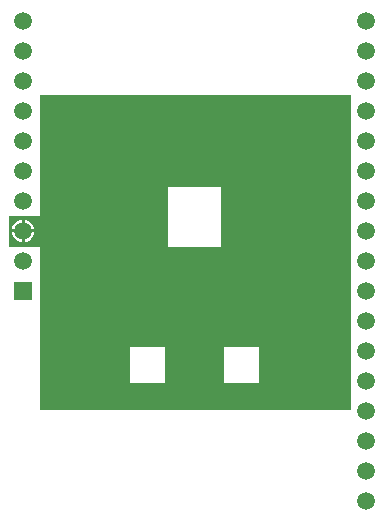
<source format=gbl>
G04*
G04 #@! TF.GenerationSoftware,Altium Limited,Altium Designer,20.0.11 (256)*
G04*
G04 Layer_Physical_Order=2*
G04 Layer_Color=16711680*
%FSLAX25Y25*%
%MOIN*%
G70*
G01*
G75*
%ADD32C,0.05906*%
%ADD33R,0.05906X0.05906*%
%ADD34C,0.02362*%
G36*
X115200Y36000D02*
X11400D01*
Y90600D01*
X1200D01*
Y100800D01*
X11400D01*
Y141000D01*
X115200D01*
Y36000D01*
D02*
G37*
%LPC*%
G36*
X6406Y99625D02*
Y96406D01*
X9625D01*
X9562Y96885D01*
X9183Y97798D01*
X8582Y98582D01*
X7798Y99183D01*
X6885Y99562D01*
X6406Y99625D01*
D02*
G37*
G36*
X5406D02*
X4926Y99562D01*
X4013Y99183D01*
X3229Y98582D01*
X2627Y97798D01*
X2249Y96885D01*
X2186Y96406D01*
X5406D01*
Y99625D01*
D02*
G37*
G36*
Y95406D02*
X2186D01*
X2249Y94926D01*
X2627Y94013D01*
X3229Y93229D01*
X4013Y92628D01*
X4926Y92249D01*
X5406Y92186D01*
Y95406D01*
D02*
G37*
G36*
X9625D02*
X6406D01*
Y92186D01*
X6885Y92249D01*
X7798Y92628D01*
X8582Y93229D01*
X9183Y94013D01*
X9562Y94926D01*
X9625Y95406D01*
D02*
G37*
G36*
X71842Y110444D02*
X54142D01*
Y90344D01*
X71842D01*
Y110444D01*
D02*
G37*
G36*
X84646Y57087D02*
X72835D01*
Y45276D01*
X84646D01*
Y57087D01*
D02*
G37*
G36*
X53150D02*
X41339D01*
Y45276D01*
X53150D01*
Y57087D01*
D02*
G37*
%LPD*%
D32*
X5906Y95906D02*
D03*
Y165905D02*
D03*
Y155905D02*
D03*
Y145905D02*
D03*
Y135906D02*
D03*
Y125906D02*
D03*
Y115905D02*
D03*
Y105905D02*
D03*
Y85905D02*
D03*
X120079Y165905D02*
D03*
Y5906D02*
D03*
Y15905D02*
D03*
Y25905D02*
D03*
Y35906D02*
D03*
Y45906D02*
D03*
Y55905D02*
D03*
Y65905D02*
D03*
Y75906D02*
D03*
Y85905D02*
D03*
Y95906D02*
D03*
Y105905D02*
D03*
Y115905D02*
D03*
Y125906D02*
D03*
Y135906D02*
D03*
Y145905D02*
D03*
Y155905D02*
D03*
D33*
X5906Y75906D02*
D03*
D34*
X16800Y96000D02*
D03*
X84000Y42600D02*
D03*
X73200D02*
D03*
X53400D02*
D03*
X41400D02*
D03*
X67200Y49800D02*
D03*
X58800Y52800D02*
D03*
X90000Y50400D02*
D03*
X35400Y49200D02*
D03*
X19800Y54000D02*
D03*
X109800Y53400D02*
D03*
X107400Y135000D02*
D03*
X28800Y125400D02*
D03*
X73800Y59400D02*
D03*
X41400D02*
D03*
X51600Y62400D02*
D03*
X49200Y86400D02*
D03*
X46200Y108000D02*
D03*
Y98400D02*
D03*
Y93600D02*
D03*
X31500Y95570D02*
D03*
X28800Y101400D02*
D03*
X79200Y88200D02*
D03*
X113400Y97200D02*
D03*
X100800Y103800D02*
D03*
X111600Y89400D02*
D03*
X104400Y96000D02*
D03*
X96000D02*
D03*
X100200Y84600D02*
D03*
X94800Y73800D02*
D03*
X84000Y70200D02*
D03*
X78000Y75000D02*
D03*
X75000Y67800D02*
D03*
X82800Y62400D02*
D03*
X69000Y75600D02*
D03*
X57000Y72000D02*
D03*
X46800Y72600D02*
D03*
X58200Y81000D02*
D03*
X73200Y82200D02*
D03*
X87000Y83400D02*
D03*
X72600Y130200D02*
D03*
X81600D02*
D03*
X76800D02*
D03*
X51600Y118800D02*
D03*
Y126000D02*
D03*
X78600Y110400D02*
D03*
X83400Y114600D02*
D03*
M02*

</source>
